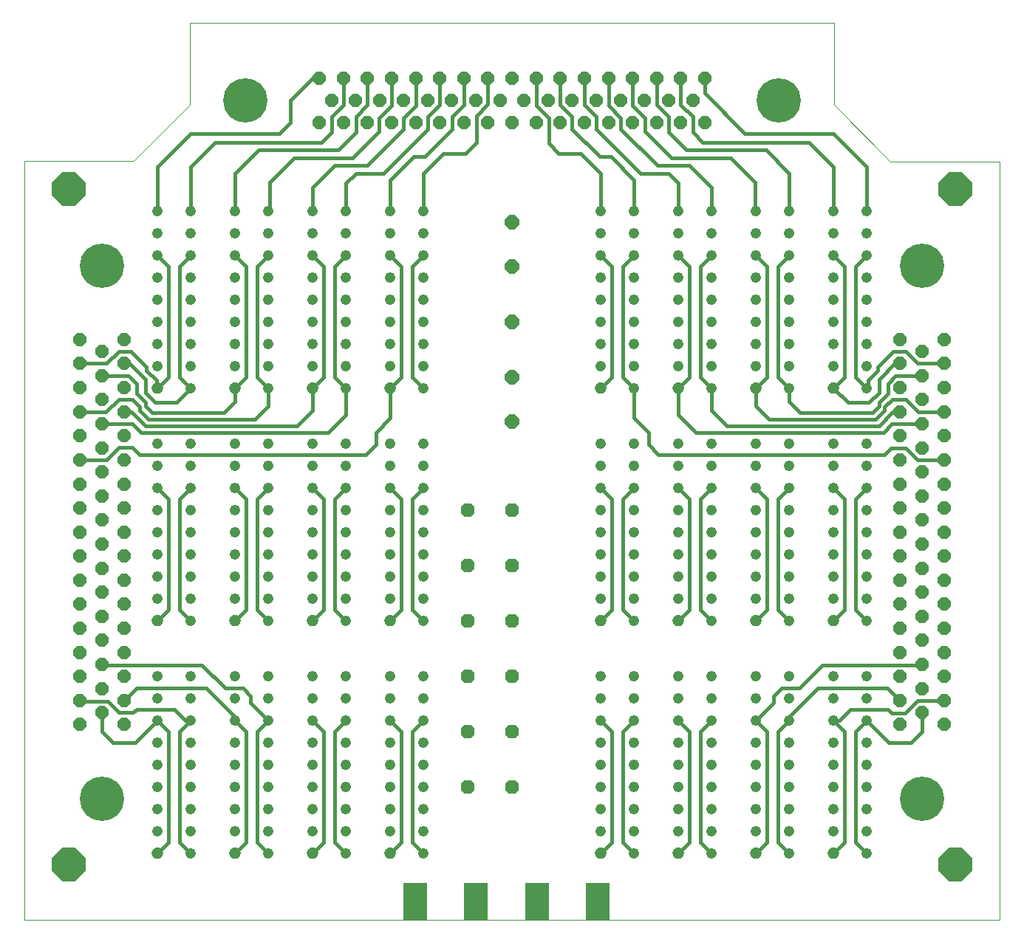
<source format=gtl>
G75*
%MOIN*%
%OFA0B0*%
%FSLAX24Y24*%
%IPPOS*%
%LPD*%
%AMOC8*
5,1,8,0,0,1.08239X$1,22.5*
%
%ADD10C,0.0000*%
%ADD11C,0.0476*%
%ADD12C,0.0050*%
%ADD13OC8,0.0600*%
%ADD14C,0.2000*%
%ADD15R,0.1050X0.1650*%
%ADD16OC8,0.0650*%
%ADD17OC8,0.0630*%
%ADD18OC8,0.1502*%
%ADD19C,0.0160*%
D10*
X004180Y003851D02*
X004180Y038101D01*
X009105Y038101D01*
X011655Y040651D01*
X011655Y044351D01*
X040705Y044351D01*
X040705Y040626D01*
X043255Y038076D01*
X048180Y038076D01*
X048180Y003851D01*
X004180Y003851D01*
X020980Y003851D02*
X025380Y003851D01*
X026480Y003851D02*
X030880Y003851D01*
D11*
X030180Y006851D03*
X030180Y007851D03*
X030180Y008851D03*
X030180Y009851D03*
X030180Y010851D03*
X030180Y011851D03*
X030180Y012851D03*
X030180Y013851D03*
X030180Y014851D03*
X031680Y014851D03*
X031680Y013851D03*
X031680Y012851D03*
X031680Y011851D03*
X031680Y010851D03*
X031680Y009851D03*
X031680Y008851D03*
X031680Y007851D03*
X031680Y006851D03*
X033680Y006851D03*
X033680Y007851D03*
X033680Y008851D03*
X033680Y009851D03*
X033680Y010851D03*
X033680Y011851D03*
X033680Y012851D03*
X033680Y013851D03*
X033680Y014851D03*
X035180Y014851D03*
X035180Y013851D03*
X035180Y012851D03*
X035180Y011851D03*
X035180Y010851D03*
X035180Y009851D03*
X035180Y008851D03*
X035180Y007851D03*
X035180Y006851D03*
X037180Y006851D03*
X037180Y007851D03*
X037180Y008851D03*
X037180Y009851D03*
X037180Y010851D03*
X037180Y011851D03*
X037180Y012851D03*
X037180Y013851D03*
X037180Y014851D03*
X038680Y014851D03*
X038680Y013851D03*
X038680Y012851D03*
X038680Y011851D03*
X038680Y010851D03*
X038680Y009851D03*
X038680Y008851D03*
X038680Y007851D03*
X038680Y006851D03*
X040680Y006851D03*
X040680Y007851D03*
X040680Y008851D03*
X040680Y009851D03*
X040680Y010851D03*
X040680Y011851D03*
X040680Y012851D03*
X040680Y013851D03*
X040680Y014851D03*
X042180Y014851D03*
X042180Y013851D03*
X042180Y012851D03*
X042180Y011851D03*
X042180Y010851D03*
X042180Y009851D03*
X042180Y008851D03*
X042180Y007851D03*
X042180Y006851D03*
X042180Y017351D03*
X042180Y018351D03*
X042180Y019351D03*
X042180Y020351D03*
X042180Y021351D03*
X042180Y022351D03*
X042180Y023351D03*
X042180Y024351D03*
X042180Y025351D03*
X040680Y025351D03*
X040680Y024351D03*
X040680Y023351D03*
X040680Y022351D03*
X040680Y021351D03*
X040680Y020351D03*
X040680Y019351D03*
X040680Y018351D03*
X040680Y017351D03*
X038680Y017351D03*
X038680Y018351D03*
X038680Y019351D03*
X038680Y020351D03*
X038680Y021351D03*
X037180Y021351D03*
X037180Y020351D03*
X037180Y019351D03*
X037180Y018351D03*
X037180Y017351D03*
X035180Y017351D03*
X035180Y018351D03*
X035180Y019351D03*
X035180Y020351D03*
X035180Y021351D03*
X035180Y022351D03*
X035180Y023351D03*
X035180Y024351D03*
X035180Y025351D03*
X033680Y025351D03*
X033680Y024351D03*
X033680Y023351D03*
X033680Y022351D03*
X033680Y021351D03*
X033680Y020351D03*
X033680Y019351D03*
X033680Y018351D03*
X033680Y017351D03*
X031680Y017351D03*
X031680Y018351D03*
X031680Y019351D03*
X031680Y020351D03*
X031680Y021351D03*
X031680Y022351D03*
X031680Y023351D03*
X031680Y024351D03*
X031680Y025351D03*
X030180Y025351D03*
X030180Y024351D03*
X030180Y023351D03*
X030180Y022351D03*
X030180Y021351D03*
X030180Y020351D03*
X030180Y019351D03*
X030180Y018351D03*
X030180Y017351D03*
X037180Y022351D03*
X037180Y023351D03*
X037180Y024351D03*
X037180Y025351D03*
X038680Y025351D03*
X038680Y024351D03*
X038680Y023351D03*
X038680Y022351D03*
X038680Y027851D03*
X038680Y028851D03*
X038680Y029851D03*
X038680Y030851D03*
X038680Y031851D03*
X038680Y032851D03*
X038680Y033851D03*
X038680Y034851D03*
X038680Y035851D03*
X037180Y035851D03*
X037180Y034851D03*
X037180Y033851D03*
X037180Y032851D03*
X037180Y031851D03*
X037180Y030851D03*
X037180Y029851D03*
X037180Y028851D03*
X037180Y027851D03*
X035180Y027851D03*
X035180Y028851D03*
X035180Y029851D03*
X035180Y030851D03*
X035180Y031851D03*
X035180Y032851D03*
X035180Y033851D03*
X035180Y034851D03*
X035180Y035851D03*
X033680Y035851D03*
X033680Y034851D03*
X033680Y033851D03*
X033680Y032851D03*
X033680Y031851D03*
X033680Y030851D03*
X033680Y029851D03*
X033680Y028851D03*
X033680Y027851D03*
X031680Y027851D03*
X031680Y028851D03*
X031680Y029851D03*
X031680Y030851D03*
X031680Y031851D03*
X031680Y032851D03*
X031680Y033851D03*
X031680Y034851D03*
X031680Y035851D03*
X030180Y035851D03*
X030180Y034851D03*
X030180Y033851D03*
X030180Y032851D03*
X030180Y031851D03*
X030180Y030851D03*
X030180Y029851D03*
X030180Y028851D03*
X030180Y027851D03*
X022180Y027851D03*
X022180Y028851D03*
X022180Y029851D03*
X022180Y030851D03*
X022180Y031851D03*
X022180Y032851D03*
X022180Y033851D03*
X022180Y034851D03*
X022180Y035851D03*
X020680Y035851D03*
X020680Y034851D03*
X020680Y033851D03*
X020680Y032851D03*
X020680Y031851D03*
X020680Y030851D03*
X020680Y029851D03*
X020680Y028851D03*
X020680Y027851D03*
X018680Y027851D03*
X018680Y028851D03*
X018680Y029851D03*
X018680Y030851D03*
X018680Y031851D03*
X018680Y032851D03*
X018680Y033851D03*
X018680Y034851D03*
X018680Y035851D03*
X017180Y035851D03*
X017180Y034851D03*
X017180Y033851D03*
X017180Y032851D03*
X017180Y031851D03*
X017180Y030851D03*
X017180Y029851D03*
X017180Y028851D03*
X017180Y027851D03*
X015180Y027851D03*
X015180Y028851D03*
X015180Y029851D03*
X015180Y030851D03*
X015180Y031851D03*
X015180Y032851D03*
X015180Y033851D03*
X015180Y034851D03*
X015180Y035851D03*
X013680Y035851D03*
X013680Y034851D03*
X013680Y033851D03*
X013680Y032851D03*
X013680Y031851D03*
X013680Y030851D03*
X013680Y029851D03*
X013680Y028851D03*
X013680Y027851D03*
X011680Y027851D03*
X011680Y028851D03*
X011680Y029851D03*
X011680Y030851D03*
X011680Y031851D03*
X011680Y032851D03*
X011680Y033851D03*
X011680Y034851D03*
X011680Y035851D03*
X010180Y035851D03*
X010180Y034851D03*
X010180Y033851D03*
X010180Y032851D03*
X010180Y031851D03*
X010180Y030851D03*
X010180Y029851D03*
X010180Y028851D03*
X010180Y027851D03*
X010180Y025351D03*
X010180Y024351D03*
X010180Y023351D03*
X010180Y022351D03*
X010180Y021351D03*
X010180Y020351D03*
X010180Y019351D03*
X010180Y018351D03*
X010180Y017351D03*
X011680Y017351D03*
X011680Y018351D03*
X011680Y019351D03*
X011680Y020351D03*
X011680Y021351D03*
X011680Y022351D03*
X011680Y023351D03*
X011680Y024351D03*
X011680Y025351D03*
X013680Y025351D03*
X013680Y024351D03*
X013680Y023351D03*
X013680Y022351D03*
X015180Y022351D03*
X015180Y023351D03*
X015180Y024351D03*
X015180Y025351D03*
X017180Y025351D03*
X017180Y024351D03*
X017180Y023351D03*
X017180Y022351D03*
X017180Y021351D03*
X017180Y020351D03*
X017180Y019351D03*
X017180Y018351D03*
X017180Y017351D03*
X018680Y017351D03*
X018680Y018351D03*
X018680Y019351D03*
X018680Y020351D03*
X018680Y021351D03*
X018680Y022351D03*
X018680Y023351D03*
X018680Y024351D03*
X018680Y025351D03*
X020680Y025351D03*
X020680Y024351D03*
X020680Y023351D03*
X020680Y022351D03*
X020680Y021351D03*
X020680Y020351D03*
X020680Y019351D03*
X020680Y018351D03*
X020680Y017351D03*
X022180Y017351D03*
X022180Y018351D03*
X022180Y019351D03*
X022180Y020351D03*
X022180Y021351D03*
X022180Y022351D03*
X022180Y023351D03*
X022180Y024351D03*
X022180Y025351D03*
X015180Y021351D03*
X015180Y020351D03*
X015180Y019351D03*
X015180Y018351D03*
X015180Y017351D03*
X013680Y017351D03*
X013680Y018351D03*
X013680Y019351D03*
X013680Y020351D03*
X013680Y021351D03*
X013680Y014851D03*
X013680Y013851D03*
X013680Y012851D03*
X013680Y011851D03*
X013680Y010851D03*
X013680Y009851D03*
X013680Y008851D03*
X013680Y007851D03*
X013680Y006851D03*
X015180Y006851D03*
X015180Y007851D03*
X015180Y008851D03*
X015180Y009851D03*
X015180Y010851D03*
X015180Y011851D03*
X015180Y012851D03*
X015180Y013851D03*
X015180Y014851D03*
X017180Y014851D03*
X017180Y013851D03*
X017180Y012851D03*
X017180Y011851D03*
X017180Y010851D03*
X017180Y009851D03*
X017180Y008851D03*
X017180Y007851D03*
X017180Y006851D03*
X018680Y006851D03*
X018680Y007851D03*
X018680Y008851D03*
X018680Y009851D03*
X018680Y010851D03*
X018680Y011851D03*
X018680Y012851D03*
X018680Y013851D03*
X018680Y014851D03*
X020680Y014851D03*
X020680Y013851D03*
X020680Y012851D03*
X020680Y011851D03*
X020680Y010851D03*
X020680Y009851D03*
X020680Y008851D03*
X020680Y007851D03*
X020680Y006851D03*
X022180Y006851D03*
X022180Y007851D03*
X022180Y008851D03*
X022180Y009851D03*
X022180Y010851D03*
X022180Y011851D03*
X022180Y012851D03*
X022180Y013851D03*
X022180Y014851D03*
X011680Y014851D03*
X011680Y013851D03*
X011680Y012851D03*
X011680Y011851D03*
X011680Y010851D03*
X011680Y009851D03*
X011680Y008851D03*
X011680Y007851D03*
X011680Y006851D03*
X010180Y006851D03*
X010180Y007851D03*
X010180Y008851D03*
X010180Y009851D03*
X010180Y010851D03*
X010180Y011851D03*
X010180Y012851D03*
X010180Y013851D03*
X010180Y014851D03*
X040680Y027851D03*
X040680Y028851D03*
X040680Y029851D03*
X040680Y030851D03*
X040680Y031851D03*
X040680Y032851D03*
X040680Y033851D03*
X040680Y034851D03*
X040680Y035851D03*
X042180Y035851D03*
X042180Y034851D03*
X042180Y033851D03*
X042180Y032851D03*
X042180Y031851D03*
X042180Y030851D03*
X042180Y029851D03*
X042180Y028851D03*
X042180Y027851D03*
D12*
X040456Y027851D02*
X040458Y027880D01*
X040464Y027909D01*
X040473Y027937D01*
X040486Y027963D01*
X040502Y027987D01*
X040522Y028009D01*
X040544Y028029D01*
X040568Y028045D01*
X040594Y028058D01*
X040622Y028067D01*
X040651Y028073D01*
X040680Y028075D01*
X040709Y028073D01*
X040738Y028067D01*
X040766Y028058D01*
X040792Y028045D01*
X040816Y028029D01*
X040838Y028009D01*
X040858Y027987D01*
X040874Y027963D01*
X040887Y027937D01*
X040896Y027909D01*
X040902Y027880D01*
X040904Y027851D01*
X040902Y027822D01*
X040896Y027793D01*
X040887Y027765D01*
X040874Y027739D01*
X040858Y027715D01*
X040838Y027693D01*
X040816Y027673D01*
X040792Y027657D01*
X040766Y027644D01*
X040738Y027635D01*
X040709Y027629D01*
X040680Y027627D01*
X040651Y027629D01*
X040622Y027635D01*
X040594Y027644D01*
X040568Y027657D01*
X040544Y027673D01*
X040522Y027693D01*
X040502Y027715D01*
X040486Y027739D01*
X040473Y027765D01*
X040464Y027793D01*
X040458Y027822D01*
X040456Y027851D01*
X036956Y027851D02*
X036958Y027880D01*
X036964Y027909D01*
X036973Y027937D01*
X036986Y027963D01*
X037002Y027987D01*
X037022Y028009D01*
X037044Y028029D01*
X037068Y028045D01*
X037094Y028058D01*
X037122Y028067D01*
X037151Y028073D01*
X037180Y028075D01*
X037209Y028073D01*
X037238Y028067D01*
X037266Y028058D01*
X037292Y028045D01*
X037316Y028029D01*
X037338Y028009D01*
X037358Y027987D01*
X037374Y027963D01*
X037387Y027937D01*
X037396Y027909D01*
X037402Y027880D01*
X037404Y027851D01*
X037402Y027822D01*
X037396Y027793D01*
X037387Y027765D01*
X037374Y027739D01*
X037358Y027715D01*
X037338Y027693D01*
X037316Y027673D01*
X037292Y027657D01*
X037266Y027644D01*
X037238Y027635D01*
X037209Y027629D01*
X037180Y027627D01*
X037151Y027629D01*
X037122Y027635D01*
X037094Y027644D01*
X037068Y027657D01*
X037044Y027673D01*
X037022Y027693D01*
X037002Y027715D01*
X036986Y027739D01*
X036973Y027765D01*
X036964Y027793D01*
X036958Y027822D01*
X036956Y027851D01*
X033456Y027851D02*
X033458Y027880D01*
X033464Y027909D01*
X033473Y027937D01*
X033486Y027963D01*
X033502Y027987D01*
X033522Y028009D01*
X033544Y028029D01*
X033568Y028045D01*
X033594Y028058D01*
X033622Y028067D01*
X033651Y028073D01*
X033680Y028075D01*
X033709Y028073D01*
X033738Y028067D01*
X033766Y028058D01*
X033792Y028045D01*
X033816Y028029D01*
X033838Y028009D01*
X033858Y027987D01*
X033874Y027963D01*
X033887Y027937D01*
X033896Y027909D01*
X033902Y027880D01*
X033904Y027851D01*
X033902Y027822D01*
X033896Y027793D01*
X033887Y027765D01*
X033874Y027739D01*
X033858Y027715D01*
X033838Y027693D01*
X033816Y027673D01*
X033792Y027657D01*
X033766Y027644D01*
X033738Y027635D01*
X033709Y027629D01*
X033680Y027627D01*
X033651Y027629D01*
X033622Y027635D01*
X033594Y027644D01*
X033568Y027657D01*
X033544Y027673D01*
X033522Y027693D01*
X033502Y027715D01*
X033486Y027739D01*
X033473Y027765D01*
X033464Y027793D01*
X033458Y027822D01*
X033456Y027851D01*
X029956Y027851D02*
X029958Y027880D01*
X029964Y027909D01*
X029973Y027937D01*
X029986Y027963D01*
X030002Y027987D01*
X030022Y028009D01*
X030044Y028029D01*
X030068Y028045D01*
X030094Y028058D01*
X030122Y028067D01*
X030151Y028073D01*
X030180Y028075D01*
X030209Y028073D01*
X030238Y028067D01*
X030266Y028058D01*
X030292Y028045D01*
X030316Y028029D01*
X030338Y028009D01*
X030358Y027987D01*
X030374Y027963D01*
X030387Y027937D01*
X030396Y027909D01*
X030402Y027880D01*
X030404Y027851D01*
X030402Y027822D01*
X030396Y027793D01*
X030387Y027765D01*
X030374Y027739D01*
X030358Y027715D01*
X030338Y027693D01*
X030316Y027673D01*
X030292Y027657D01*
X030266Y027644D01*
X030238Y027635D01*
X030209Y027629D01*
X030180Y027627D01*
X030151Y027629D01*
X030122Y027635D01*
X030094Y027644D01*
X030068Y027657D01*
X030044Y027673D01*
X030022Y027693D01*
X030002Y027715D01*
X029986Y027739D01*
X029973Y027765D01*
X029964Y027793D01*
X029958Y027822D01*
X029956Y027851D01*
X020456Y027851D02*
X020458Y027880D01*
X020464Y027909D01*
X020473Y027937D01*
X020486Y027963D01*
X020502Y027987D01*
X020522Y028009D01*
X020544Y028029D01*
X020568Y028045D01*
X020594Y028058D01*
X020622Y028067D01*
X020651Y028073D01*
X020680Y028075D01*
X020709Y028073D01*
X020738Y028067D01*
X020766Y028058D01*
X020792Y028045D01*
X020816Y028029D01*
X020838Y028009D01*
X020858Y027987D01*
X020874Y027963D01*
X020887Y027937D01*
X020896Y027909D01*
X020902Y027880D01*
X020904Y027851D01*
X020902Y027822D01*
X020896Y027793D01*
X020887Y027765D01*
X020874Y027739D01*
X020858Y027715D01*
X020838Y027693D01*
X020816Y027673D01*
X020792Y027657D01*
X020766Y027644D01*
X020738Y027635D01*
X020709Y027629D01*
X020680Y027627D01*
X020651Y027629D01*
X020622Y027635D01*
X020594Y027644D01*
X020568Y027657D01*
X020544Y027673D01*
X020522Y027693D01*
X020502Y027715D01*
X020486Y027739D01*
X020473Y027765D01*
X020464Y027793D01*
X020458Y027822D01*
X020456Y027851D01*
X016956Y027851D02*
X016958Y027880D01*
X016964Y027909D01*
X016973Y027937D01*
X016986Y027963D01*
X017002Y027987D01*
X017022Y028009D01*
X017044Y028029D01*
X017068Y028045D01*
X017094Y028058D01*
X017122Y028067D01*
X017151Y028073D01*
X017180Y028075D01*
X017209Y028073D01*
X017238Y028067D01*
X017266Y028058D01*
X017292Y028045D01*
X017316Y028029D01*
X017338Y028009D01*
X017358Y027987D01*
X017374Y027963D01*
X017387Y027937D01*
X017396Y027909D01*
X017402Y027880D01*
X017404Y027851D01*
X017402Y027822D01*
X017396Y027793D01*
X017387Y027765D01*
X017374Y027739D01*
X017358Y027715D01*
X017338Y027693D01*
X017316Y027673D01*
X017292Y027657D01*
X017266Y027644D01*
X017238Y027635D01*
X017209Y027629D01*
X017180Y027627D01*
X017151Y027629D01*
X017122Y027635D01*
X017094Y027644D01*
X017068Y027657D01*
X017044Y027673D01*
X017022Y027693D01*
X017002Y027715D01*
X016986Y027739D01*
X016973Y027765D01*
X016964Y027793D01*
X016958Y027822D01*
X016956Y027851D01*
X013456Y027851D02*
X013458Y027880D01*
X013464Y027909D01*
X013473Y027937D01*
X013486Y027963D01*
X013502Y027987D01*
X013522Y028009D01*
X013544Y028029D01*
X013568Y028045D01*
X013594Y028058D01*
X013622Y028067D01*
X013651Y028073D01*
X013680Y028075D01*
X013709Y028073D01*
X013738Y028067D01*
X013766Y028058D01*
X013792Y028045D01*
X013816Y028029D01*
X013838Y028009D01*
X013858Y027987D01*
X013874Y027963D01*
X013887Y027937D01*
X013896Y027909D01*
X013902Y027880D01*
X013904Y027851D01*
X013902Y027822D01*
X013896Y027793D01*
X013887Y027765D01*
X013874Y027739D01*
X013858Y027715D01*
X013838Y027693D01*
X013816Y027673D01*
X013792Y027657D01*
X013766Y027644D01*
X013738Y027635D01*
X013709Y027629D01*
X013680Y027627D01*
X013651Y027629D01*
X013622Y027635D01*
X013594Y027644D01*
X013568Y027657D01*
X013544Y027673D01*
X013522Y027693D01*
X013502Y027715D01*
X013486Y027739D01*
X013473Y027765D01*
X013464Y027793D01*
X013458Y027822D01*
X013456Y027851D01*
X009956Y027851D02*
X009958Y027880D01*
X009964Y027909D01*
X009973Y027937D01*
X009986Y027963D01*
X010002Y027987D01*
X010022Y028009D01*
X010044Y028029D01*
X010068Y028045D01*
X010094Y028058D01*
X010122Y028067D01*
X010151Y028073D01*
X010180Y028075D01*
X010209Y028073D01*
X010238Y028067D01*
X010266Y028058D01*
X010292Y028045D01*
X010316Y028029D01*
X010338Y028009D01*
X010358Y027987D01*
X010374Y027963D01*
X010387Y027937D01*
X010396Y027909D01*
X010402Y027880D01*
X010404Y027851D01*
X010402Y027822D01*
X010396Y027793D01*
X010387Y027765D01*
X010374Y027739D01*
X010358Y027715D01*
X010338Y027693D01*
X010316Y027673D01*
X010292Y027657D01*
X010266Y027644D01*
X010238Y027635D01*
X010209Y027629D01*
X010180Y027627D01*
X010151Y027629D01*
X010122Y027635D01*
X010094Y027644D01*
X010068Y027657D01*
X010044Y027673D01*
X010022Y027693D01*
X010002Y027715D01*
X009986Y027739D01*
X009973Y027765D01*
X009964Y027793D01*
X009958Y027822D01*
X009956Y027851D01*
X009956Y017351D02*
X009958Y017380D01*
X009964Y017409D01*
X009973Y017437D01*
X009986Y017463D01*
X010002Y017487D01*
X010022Y017509D01*
X010044Y017529D01*
X010068Y017545D01*
X010094Y017558D01*
X010122Y017567D01*
X010151Y017573D01*
X010180Y017575D01*
X010209Y017573D01*
X010238Y017567D01*
X010266Y017558D01*
X010292Y017545D01*
X010316Y017529D01*
X010338Y017509D01*
X010358Y017487D01*
X010374Y017463D01*
X010387Y017437D01*
X010396Y017409D01*
X010402Y017380D01*
X010404Y017351D01*
X010402Y017322D01*
X010396Y017293D01*
X010387Y017265D01*
X010374Y017239D01*
X010358Y017215D01*
X010338Y017193D01*
X010316Y017173D01*
X010292Y017157D01*
X010266Y017144D01*
X010238Y017135D01*
X010209Y017129D01*
X010180Y017127D01*
X010151Y017129D01*
X010122Y017135D01*
X010094Y017144D01*
X010068Y017157D01*
X010044Y017173D01*
X010022Y017193D01*
X010002Y017215D01*
X009986Y017239D01*
X009973Y017265D01*
X009964Y017293D01*
X009958Y017322D01*
X009956Y017351D01*
X013456Y017351D02*
X013458Y017380D01*
X013464Y017409D01*
X013473Y017437D01*
X013486Y017463D01*
X013502Y017487D01*
X013522Y017509D01*
X013544Y017529D01*
X013568Y017545D01*
X013594Y017558D01*
X013622Y017567D01*
X013651Y017573D01*
X013680Y017575D01*
X013709Y017573D01*
X013738Y017567D01*
X013766Y017558D01*
X013792Y017545D01*
X013816Y017529D01*
X013838Y017509D01*
X013858Y017487D01*
X013874Y017463D01*
X013887Y017437D01*
X013896Y017409D01*
X013902Y017380D01*
X013904Y017351D01*
X013902Y017322D01*
X013896Y017293D01*
X013887Y017265D01*
X013874Y017239D01*
X013858Y017215D01*
X013838Y017193D01*
X013816Y017173D01*
X013792Y017157D01*
X013766Y017144D01*
X013738Y017135D01*
X013709Y017129D01*
X013680Y017127D01*
X013651Y017129D01*
X013622Y017135D01*
X013594Y017144D01*
X013568Y017157D01*
X013544Y017173D01*
X013522Y017193D01*
X013502Y017215D01*
X013486Y017239D01*
X013473Y017265D01*
X013464Y017293D01*
X013458Y017322D01*
X013456Y017351D01*
X016956Y017351D02*
X016958Y017380D01*
X016964Y017409D01*
X016973Y017437D01*
X016986Y017463D01*
X017002Y017487D01*
X017022Y017509D01*
X017044Y017529D01*
X017068Y017545D01*
X017094Y017558D01*
X017122Y017567D01*
X017151Y017573D01*
X017180Y017575D01*
X017209Y017573D01*
X017238Y017567D01*
X017266Y017558D01*
X017292Y017545D01*
X017316Y017529D01*
X017338Y017509D01*
X017358Y017487D01*
X017374Y017463D01*
X017387Y017437D01*
X017396Y017409D01*
X017402Y017380D01*
X017404Y017351D01*
X017402Y017322D01*
X017396Y017293D01*
X017387Y017265D01*
X017374Y017239D01*
X017358Y017215D01*
X017338Y017193D01*
X017316Y017173D01*
X017292Y017157D01*
X017266Y017144D01*
X017238Y017135D01*
X017209Y017129D01*
X017180Y017127D01*
X017151Y017129D01*
X017122Y017135D01*
X017094Y017144D01*
X017068Y017157D01*
X017044Y017173D01*
X017022Y017193D01*
X017002Y017215D01*
X016986Y017239D01*
X016973Y017265D01*
X016964Y017293D01*
X016958Y017322D01*
X016956Y017351D01*
X020456Y017351D02*
X020458Y017380D01*
X020464Y017409D01*
X020473Y017437D01*
X020486Y017463D01*
X020502Y017487D01*
X020522Y017509D01*
X020544Y017529D01*
X020568Y017545D01*
X020594Y017558D01*
X020622Y017567D01*
X020651Y017573D01*
X020680Y017575D01*
X020709Y017573D01*
X020738Y017567D01*
X020766Y017558D01*
X020792Y017545D01*
X020816Y017529D01*
X020838Y017509D01*
X020858Y017487D01*
X020874Y017463D01*
X020887Y017437D01*
X020896Y017409D01*
X020902Y017380D01*
X020904Y017351D01*
X020902Y017322D01*
X020896Y017293D01*
X020887Y017265D01*
X020874Y017239D01*
X020858Y017215D01*
X020838Y017193D01*
X020816Y017173D01*
X020792Y017157D01*
X020766Y017144D01*
X020738Y017135D01*
X020709Y017129D01*
X020680Y017127D01*
X020651Y017129D01*
X020622Y017135D01*
X020594Y017144D01*
X020568Y017157D01*
X020544Y017173D01*
X020522Y017193D01*
X020502Y017215D01*
X020486Y017239D01*
X020473Y017265D01*
X020464Y017293D01*
X020458Y017322D01*
X020456Y017351D01*
X029956Y017351D02*
X029958Y017380D01*
X029964Y017409D01*
X029973Y017437D01*
X029986Y017463D01*
X030002Y017487D01*
X030022Y017509D01*
X030044Y017529D01*
X030068Y017545D01*
X030094Y017558D01*
X030122Y017567D01*
X030151Y017573D01*
X030180Y017575D01*
X030209Y017573D01*
X030238Y017567D01*
X030266Y017558D01*
X030292Y017545D01*
X030316Y017529D01*
X030338Y017509D01*
X030358Y017487D01*
X030374Y017463D01*
X030387Y017437D01*
X030396Y017409D01*
X030402Y017380D01*
X030404Y017351D01*
X030402Y017322D01*
X030396Y017293D01*
X030387Y017265D01*
X030374Y017239D01*
X030358Y017215D01*
X030338Y017193D01*
X030316Y017173D01*
X030292Y017157D01*
X030266Y017144D01*
X030238Y017135D01*
X030209Y017129D01*
X030180Y017127D01*
X030151Y017129D01*
X030122Y017135D01*
X030094Y017144D01*
X030068Y017157D01*
X030044Y017173D01*
X030022Y017193D01*
X030002Y017215D01*
X029986Y017239D01*
X029973Y017265D01*
X029964Y017293D01*
X029958Y017322D01*
X029956Y017351D01*
X033456Y017351D02*
X033458Y017380D01*
X033464Y017409D01*
X033473Y017437D01*
X033486Y017463D01*
X033502Y017487D01*
X033522Y017509D01*
X033544Y017529D01*
X033568Y017545D01*
X033594Y017558D01*
X033622Y017567D01*
X033651Y017573D01*
X033680Y017575D01*
X033709Y017573D01*
X033738Y017567D01*
X033766Y017558D01*
X033792Y017545D01*
X033816Y017529D01*
X033838Y017509D01*
X033858Y017487D01*
X033874Y017463D01*
X033887Y017437D01*
X033896Y017409D01*
X033902Y017380D01*
X033904Y017351D01*
X033902Y017322D01*
X033896Y017293D01*
X033887Y017265D01*
X033874Y017239D01*
X033858Y017215D01*
X033838Y017193D01*
X033816Y017173D01*
X033792Y017157D01*
X033766Y017144D01*
X033738Y017135D01*
X033709Y017129D01*
X033680Y017127D01*
X033651Y017129D01*
X033622Y017135D01*
X033594Y017144D01*
X033568Y017157D01*
X033544Y017173D01*
X033522Y017193D01*
X033502Y017215D01*
X033486Y017239D01*
X033473Y017265D01*
X033464Y017293D01*
X033458Y017322D01*
X033456Y017351D01*
X036956Y017351D02*
X036958Y017380D01*
X036964Y017409D01*
X036973Y017437D01*
X036986Y017463D01*
X037002Y017487D01*
X037022Y017509D01*
X037044Y017529D01*
X037068Y017545D01*
X037094Y017558D01*
X037122Y017567D01*
X037151Y017573D01*
X037180Y017575D01*
X037209Y017573D01*
X037238Y017567D01*
X037266Y017558D01*
X037292Y017545D01*
X037316Y017529D01*
X037338Y017509D01*
X037358Y017487D01*
X037374Y017463D01*
X037387Y017437D01*
X037396Y017409D01*
X037402Y017380D01*
X037404Y017351D01*
X037402Y017322D01*
X037396Y017293D01*
X037387Y017265D01*
X037374Y017239D01*
X037358Y017215D01*
X037338Y017193D01*
X037316Y017173D01*
X037292Y017157D01*
X037266Y017144D01*
X037238Y017135D01*
X037209Y017129D01*
X037180Y017127D01*
X037151Y017129D01*
X037122Y017135D01*
X037094Y017144D01*
X037068Y017157D01*
X037044Y017173D01*
X037022Y017193D01*
X037002Y017215D01*
X036986Y017239D01*
X036973Y017265D01*
X036964Y017293D01*
X036958Y017322D01*
X036956Y017351D01*
X040456Y017351D02*
X040458Y017380D01*
X040464Y017409D01*
X040473Y017437D01*
X040486Y017463D01*
X040502Y017487D01*
X040522Y017509D01*
X040544Y017529D01*
X040568Y017545D01*
X040594Y017558D01*
X040622Y017567D01*
X040651Y017573D01*
X040680Y017575D01*
X040709Y017573D01*
X040738Y017567D01*
X040766Y017558D01*
X040792Y017545D01*
X040816Y017529D01*
X040838Y017509D01*
X040858Y017487D01*
X040874Y017463D01*
X040887Y017437D01*
X040896Y017409D01*
X040902Y017380D01*
X040904Y017351D01*
X040902Y017322D01*
X040896Y017293D01*
X040887Y017265D01*
X040874Y017239D01*
X040858Y017215D01*
X040838Y017193D01*
X040816Y017173D01*
X040792Y017157D01*
X040766Y017144D01*
X040738Y017135D01*
X040709Y017129D01*
X040680Y017127D01*
X040651Y017129D01*
X040622Y017135D01*
X040594Y017144D01*
X040568Y017157D01*
X040544Y017173D01*
X040522Y017193D01*
X040502Y017215D01*
X040486Y017239D01*
X040473Y017265D01*
X040464Y017293D01*
X040458Y017322D01*
X040456Y017351D01*
X040456Y006851D02*
X040458Y006880D01*
X040464Y006909D01*
X040473Y006937D01*
X040486Y006963D01*
X040502Y006987D01*
X040522Y007009D01*
X040544Y007029D01*
X040568Y007045D01*
X040594Y007058D01*
X040622Y007067D01*
X040651Y007073D01*
X040680Y007075D01*
X040709Y007073D01*
X040738Y007067D01*
X040766Y007058D01*
X040792Y007045D01*
X040816Y007029D01*
X040838Y007009D01*
X040858Y006987D01*
X040874Y006963D01*
X040887Y006937D01*
X040896Y006909D01*
X040902Y006880D01*
X040904Y006851D01*
X040902Y006822D01*
X040896Y006793D01*
X040887Y006765D01*
X040874Y006739D01*
X040858Y006715D01*
X040838Y006693D01*
X040816Y006673D01*
X040792Y006657D01*
X040766Y006644D01*
X040738Y006635D01*
X040709Y006629D01*
X040680Y006627D01*
X040651Y006629D01*
X040622Y006635D01*
X040594Y006644D01*
X040568Y006657D01*
X040544Y006673D01*
X040522Y006693D01*
X040502Y006715D01*
X040486Y006739D01*
X040473Y006765D01*
X040464Y006793D01*
X040458Y006822D01*
X040456Y006851D01*
X036956Y006851D02*
X036958Y006880D01*
X036964Y006909D01*
X036973Y006937D01*
X036986Y006963D01*
X037002Y006987D01*
X037022Y007009D01*
X037044Y007029D01*
X037068Y007045D01*
X037094Y007058D01*
X037122Y007067D01*
X037151Y007073D01*
X037180Y007075D01*
X037209Y007073D01*
X037238Y007067D01*
X037266Y007058D01*
X037292Y007045D01*
X037316Y007029D01*
X037338Y007009D01*
X037358Y006987D01*
X037374Y006963D01*
X037387Y006937D01*
X037396Y006909D01*
X037402Y006880D01*
X037404Y006851D01*
X037402Y006822D01*
X037396Y006793D01*
X037387Y006765D01*
X037374Y006739D01*
X037358Y006715D01*
X037338Y006693D01*
X037316Y006673D01*
X037292Y006657D01*
X037266Y006644D01*
X037238Y006635D01*
X037209Y006629D01*
X037180Y006627D01*
X037151Y006629D01*
X037122Y006635D01*
X037094Y006644D01*
X037068Y006657D01*
X037044Y006673D01*
X037022Y006693D01*
X037002Y006715D01*
X036986Y006739D01*
X036973Y006765D01*
X036964Y006793D01*
X036958Y006822D01*
X036956Y006851D01*
X033456Y006851D02*
X033458Y006880D01*
X033464Y006909D01*
X033473Y006937D01*
X033486Y006963D01*
X033502Y006987D01*
X033522Y007009D01*
X033544Y007029D01*
X033568Y007045D01*
X033594Y007058D01*
X033622Y007067D01*
X033651Y007073D01*
X033680Y007075D01*
X033709Y007073D01*
X033738Y007067D01*
X033766Y007058D01*
X033792Y007045D01*
X033816Y007029D01*
X033838Y007009D01*
X033858Y006987D01*
X033874Y006963D01*
X033887Y006937D01*
X033896Y006909D01*
X033902Y006880D01*
X033904Y006851D01*
X033902Y006822D01*
X033896Y006793D01*
X033887Y006765D01*
X033874Y006739D01*
X033858Y006715D01*
X033838Y006693D01*
X033816Y006673D01*
X033792Y006657D01*
X033766Y006644D01*
X033738Y006635D01*
X033709Y006629D01*
X033680Y006627D01*
X033651Y006629D01*
X033622Y006635D01*
X033594Y006644D01*
X033568Y006657D01*
X033544Y006673D01*
X033522Y006693D01*
X033502Y006715D01*
X033486Y006739D01*
X033473Y006765D01*
X033464Y006793D01*
X033458Y006822D01*
X033456Y006851D01*
X029956Y006851D02*
X029958Y006880D01*
X029964Y006909D01*
X029973Y006937D01*
X029986Y006963D01*
X030002Y006987D01*
X030022Y007009D01*
X030044Y007029D01*
X030068Y007045D01*
X030094Y007058D01*
X030122Y007067D01*
X030151Y007073D01*
X030180Y007075D01*
X030209Y007073D01*
X030238Y007067D01*
X030266Y007058D01*
X030292Y007045D01*
X030316Y007029D01*
X030338Y007009D01*
X030358Y006987D01*
X030374Y006963D01*
X030387Y006937D01*
X030396Y006909D01*
X030402Y006880D01*
X030404Y006851D01*
X030402Y006822D01*
X030396Y006793D01*
X030387Y006765D01*
X030374Y006739D01*
X030358Y006715D01*
X030338Y006693D01*
X030316Y006673D01*
X030292Y006657D01*
X030266Y006644D01*
X030238Y006635D01*
X030209Y006629D01*
X030180Y006627D01*
X030151Y006629D01*
X030122Y006635D01*
X030094Y006644D01*
X030068Y006657D01*
X030044Y006673D01*
X030022Y006693D01*
X030002Y006715D01*
X029986Y006739D01*
X029973Y006765D01*
X029964Y006793D01*
X029958Y006822D01*
X029956Y006851D01*
X020456Y006851D02*
X020458Y006880D01*
X020464Y006909D01*
X020473Y006937D01*
X020486Y006963D01*
X020502Y006987D01*
X020522Y007009D01*
X020544Y007029D01*
X020568Y007045D01*
X020594Y007058D01*
X020622Y007067D01*
X020651Y007073D01*
X020680Y007075D01*
X020709Y007073D01*
X020738Y007067D01*
X020766Y007058D01*
X020792Y007045D01*
X020816Y007029D01*
X020838Y007009D01*
X020858Y006987D01*
X020874Y006963D01*
X020887Y006937D01*
X020896Y006909D01*
X020902Y006880D01*
X020904Y006851D01*
X020902Y006822D01*
X020896Y006793D01*
X020887Y006765D01*
X020874Y006739D01*
X020858Y006715D01*
X020838Y006693D01*
X020816Y006673D01*
X020792Y006657D01*
X020766Y006644D01*
X020738Y006635D01*
X020709Y006629D01*
X020680Y006627D01*
X020651Y006629D01*
X020622Y006635D01*
X020594Y006644D01*
X020568Y006657D01*
X020544Y006673D01*
X020522Y006693D01*
X020502Y006715D01*
X020486Y006739D01*
X020473Y006765D01*
X020464Y006793D01*
X020458Y006822D01*
X020456Y006851D01*
X016956Y006851D02*
X016958Y006880D01*
X016964Y006909D01*
X016973Y006937D01*
X016986Y006963D01*
X017002Y006987D01*
X017022Y007009D01*
X017044Y007029D01*
X017068Y007045D01*
X017094Y007058D01*
X017122Y007067D01*
X017151Y007073D01*
X017180Y007075D01*
X017209Y007073D01*
X017238Y007067D01*
X017266Y007058D01*
X017292Y007045D01*
X017316Y007029D01*
X017338Y007009D01*
X017358Y006987D01*
X017374Y006963D01*
X017387Y006937D01*
X017396Y006909D01*
X017402Y006880D01*
X017404Y006851D01*
X017402Y006822D01*
X017396Y006793D01*
X017387Y006765D01*
X017374Y006739D01*
X017358Y006715D01*
X017338Y006693D01*
X017316Y006673D01*
X017292Y006657D01*
X017266Y006644D01*
X017238Y006635D01*
X017209Y006629D01*
X017180Y006627D01*
X017151Y006629D01*
X017122Y006635D01*
X017094Y006644D01*
X017068Y006657D01*
X017044Y006673D01*
X017022Y006693D01*
X017002Y006715D01*
X016986Y006739D01*
X016973Y006765D01*
X016964Y006793D01*
X016958Y006822D01*
X016956Y006851D01*
X013456Y006851D02*
X013458Y006880D01*
X013464Y006909D01*
X013473Y006937D01*
X013486Y006963D01*
X013502Y006987D01*
X013522Y007009D01*
X013544Y007029D01*
X013568Y007045D01*
X013594Y007058D01*
X013622Y007067D01*
X013651Y007073D01*
X013680Y007075D01*
X013709Y007073D01*
X013738Y007067D01*
X013766Y007058D01*
X013792Y007045D01*
X013816Y007029D01*
X013838Y007009D01*
X013858Y006987D01*
X013874Y006963D01*
X013887Y006937D01*
X013896Y006909D01*
X013902Y006880D01*
X013904Y006851D01*
X013902Y006822D01*
X013896Y006793D01*
X013887Y006765D01*
X013874Y006739D01*
X013858Y006715D01*
X013838Y006693D01*
X013816Y006673D01*
X013792Y006657D01*
X013766Y006644D01*
X013738Y006635D01*
X013709Y006629D01*
X013680Y006627D01*
X013651Y006629D01*
X013622Y006635D01*
X013594Y006644D01*
X013568Y006657D01*
X013544Y006673D01*
X013522Y006693D01*
X013502Y006715D01*
X013486Y006739D01*
X013473Y006765D01*
X013464Y006793D01*
X013458Y006822D01*
X013456Y006851D01*
X009956Y006851D02*
X009958Y006880D01*
X009964Y006909D01*
X009973Y006937D01*
X009986Y006963D01*
X010002Y006987D01*
X010022Y007009D01*
X010044Y007029D01*
X010068Y007045D01*
X010094Y007058D01*
X010122Y007067D01*
X010151Y007073D01*
X010180Y007075D01*
X010209Y007073D01*
X010238Y007067D01*
X010266Y007058D01*
X010292Y007045D01*
X010316Y007029D01*
X010338Y007009D01*
X010358Y006987D01*
X010374Y006963D01*
X010387Y006937D01*
X010396Y006909D01*
X010402Y006880D01*
X010404Y006851D01*
X010402Y006822D01*
X010396Y006793D01*
X010387Y006765D01*
X010374Y006739D01*
X010358Y006715D01*
X010338Y006693D01*
X010316Y006673D01*
X010292Y006657D01*
X010266Y006644D01*
X010238Y006635D01*
X010209Y006629D01*
X010180Y006627D01*
X010151Y006629D01*
X010122Y006635D01*
X010094Y006644D01*
X010068Y006657D01*
X010044Y006673D01*
X010022Y006693D01*
X010002Y006715D01*
X009986Y006739D01*
X009973Y006765D01*
X009964Y006793D01*
X009958Y006822D01*
X009956Y006851D01*
D13*
X008680Y012661D03*
X008680Y013741D03*
X008680Y014831D03*
X008680Y015921D03*
X007680Y016461D03*
X007680Y015371D03*
X007680Y014281D03*
X007680Y013201D03*
X006680Y013741D03*
X006680Y012661D03*
X006680Y014831D03*
X006680Y015921D03*
X006680Y017001D03*
X006680Y018091D03*
X006680Y019181D03*
X006680Y020261D03*
X006680Y021351D03*
X007680Y021891D03*
X007680Y022981D03*
X007680Y024061D03*
X007680Y025151D03*
X006680Y024611D03*
X006680Y025701D03*
X007680Y026241D03*
X007680Y027331D03*
X007680Y028411D03*
X007680Y029501D03*
X006680Y030041D03*
X006680Y028961D03*
X006680Y027871D03*
X006680Y026781D03*
X008680Y026781D03*
X008680Y027871D03*
X008680Y028961D03*
X008680Y030041D03*
X008680Y025701D03*
X008680Y024611D03*
X008680Y023521D03*
X008680Y022441D03*
X008680Y021351D03*
X008680Y020261D03*
X008680Y019181D03*
X008680Y018091D03*
X008680Y017001D03*
X007680Y017541D03*
X007680Y018631D03*
X007680Y019721D03*
X007680Y020801D03*
X006680Y022441D03*
X006680Y023521D03*
X017490Y039851D03*
X018570Y039851D03*
X019660Y039851D03*
X020750Y039851D03*
X021830Y039851D03*
X022920Y039851D03*
X024010Y039851D03*
X025090Y039851D03*
X024550Y040851D03*
X025630Y040851D03*
X025090Y041851D03*
X024010Y041851D03*
X022920Y041851D03*
X021830Y041851D03*
X020750Y041851D03*
X019660Y041851D03*
X018570Y041851D03*
X017490Y041851D03*
X018030Y040851D03*
X019110Y040851D03*
X020200Y040851D03*
X021290Y040851D03*
X022370Y040851D03*
X023460Y040851D03*
X026180Y041851D03*
X027270Y041851D03*
X028350Y041851D03*
X029440Y041851D03*
X030530Y041851D03*
X031610Y041851D03*
X032700Y041851D03*
X033790Y041851D03*
X034870Y041851D03*
X034330Y040851D03*
X033240Y040851D03*
X032160Y040851D03*
X031070Y040851D03*
X029980Y040851D03*
X028890Y040851D03*
X027810Y040851D03*
X026720Y040851D03*
X026180Y039851D03*
X027270Y039851D03*
X028350Y039851D03*
X029440Y039851D03*
X030530Y039851D03*
X031610Y039851D03*
X032700Y039851D03*
X033790Y039851D03*
X034870Y039851D03*
X043680Y030041D03*
X043680Y028961D03*
X043680Y027871D03*
X043680Y026781D03*
X044680Y026241D03*
X044680Y027331D03*
X044680Y028411D03*
X044680Y029501D03*
X045680Y030041D03*
X045680Y028961D03*
X045680Y027871D03*
X045680Y026781D03*
X045680Y025701D03*
X045680Y024611D03*
X045680Y023521D03*
X045680Y022441D03*
X044680Y022981D03*
X044680Y024061D03*
X044680Y025151D03*
X043680Y024611D03*
X043680Y025701D03*
X043680Y023521D03*
X043680Y022441D03*
X044680Y021891D03*
X043680Y021351D03*
X043680Y020261D03*
X043680Y019181D03*
X043680Y018091D03*
X043680Y017001D03*
X044680Y017541D03*
X044680Y018631D03*
X044680Y019721D03*
X044680Y020801D03*
X045680Y020261D03*
X045680Y019181D03*
X045680Y018091D03*
X045680Y017001D03*
X044680Y016461D03*
X044680Y015371D03*
X044680Y014281D03*
X044680Y013201D03*
X043680Y013741D03*
X043680Y012661D03*
X045680Y012661D03*
X045680Y013741D03*
X045680Y014831D03*
X045680Y015921D03*
X043680Y015921D03*
X043680Y014831D03*
X045680Y021351D03*
D14*
X044680Y009321D03*
X044680Y033381D03*
X038210Y040851D03*
X014150Y040851D03*
X007680Y033381D03*
X007680Y009321D03*
D15*
X021804Y004683D03*
X024556Y004683D03*
X027304Y004683D03*
X030056Y004683D03*
D16*
X026180Y026351D03*
X026180Y028351D03*
X026180Y030851D03*
X026180Y033351D03*
X026180Y035351D03*
D17*
X026180Y022351D03*
X024180Y022351D03*
X024180Y019851D03*
X026180Y019851D03*
X026180Y017351D03*
X024180Y017351D03*
X024180Y014851D03*
X026180Y014851D03*
X026180Y012351D03*
X024180Y012351D03*
X024180Y009851D03*
X026180Y009851D03*
D18*
X046180Y006351D03*
X046180Y036851D03*
X006180Y036851D03*
X006180Y006351D03*
D19*
X010180Y006851D02*
X010680Y007351D01*
X010680Y012351D01*
X010180Y012851D01*
X009180Y011851D01*
X008180Y011851D01*
X007680Y012351D01*
X007680Y013201D01*
X007930Y013701D02*
X008430Y013201D01*
X009080Y013201D01*
X009230Y013351D01*
X010930Y013351D01*
X011430Y012851D01*
X011680Y012851D01*
X011180Y012351D01*
X011180Y007351D01*
X011680Y006851D01*
X013680Y006851D02*
X014180Y007351D01*
X014180Y012351D01*
X013680Y012851D01*
X013680Y013001D01*
X012380Y014301D01*
X009240Y014301D01*
X008680Y013741D01*
X007930Y013701D02*
X006720Y013701D01*
X006680Y013741D01*
X007700Y015351D02*
X012180Y015351D01*
X013230Y014301D01*
X014030Y014301D01*
X014380Y013951D01*
X014380Y013651D01*
X015180Y012851D01*
X014680Y012351D01*
X014680Y007351D01*
X015180Y006851D01*
X017180Y006851D02*
X017680Y007351D01*
X017680Y012351D01*
X017180Y012851D01*
X018180Y012351D02*
X018180Y007351D01*
X018680Y006851D01*
X020680Y006851D02*
X021180Y007351D01*
X021180Y012351D01*
X020680Y012851D01*
X021680Y012351D02*
X021680Y007351D01*
X022180Y006851D01*
X021680Y012351D02*
X022180Y012851D01*
X018680Y012851D02*
X018180Y012351D01*
X018680Y017351D02*
X018180Y017851D01*
X018180Y022851D01*
X018680Y023351D01*
X017680Y022851D02*
X017680Y017851D01*
X017180Y017351D01*
X015180Y017351D02*
X014680Y017851D01*
X014680Y022851D01*
X015180Y023351D01*
X014180Y022851D02*
X014180Y017851D01*
X013680Y017351D01*
X011680Y017351D02*
X011180Y017851D01*
X011180Y022851D01*
X011680Y023351D01*
X010680Y022851D02*
X010680Y017851D01*
X010180Y017351D01*
X007700Y015351D02*
X007680Y015371D01*
X010680Y022851D02*
X010180Y023351D01*
X009380Y024851D02*
X019580Y024851D01*
X020030Y025301D01*
X020030Y025851D01*
X020680Y026501D01*
X020680Y027851D01*
X021180Y028351D01*
X021180Y033351D01*
X020680Y033851D01*
X021680Y033351D02*
X021680Y028351D01*
X022180Y027851D01*
X018680Y027851D02*
X018680Y026651D01*
X017880Y025851D01*
X009430Y025851D01*
X009040Y026241D01*
X007680Y026241D01*
X007860Y026781D02*
X008430Y027351D01*
X009030Y027351D01*
X009380Y027001D01*
X009380Y026851D01*
X009780Y026451D01*
X014580Y026451D01*
X015180Y027051D01*
X015180Y027851D01*
X014680Y028351D01*
X014680Y033351D01*
X015180Y033851D01*
X014180Y033351D02*
X014180Y028351D01*
X013680Y027851D01*
X013680Y027251D01*
X013180Y026751D01*
X009930Y026751D01*
X009630Y027051D01*
X009630Y027201D01*
X009230Y027601D01*
X009230Y028051D01*
X008870Y028411D01*
X007680Y028411D01*
X007890Y028961D02*
X008430Y029501D01*
X008980Y029501D01*
X009680Y028801D01*
X009680Y028651D01*
X010130Y028201D01*
X010130Y027901D01*
X010180Y027851D01*
X010680Y028351D01*
X010680Y033351D01*
X010180Y033851D01*
X011180Y033351D02*
X011180Y028351D01*
X011680Y027851D01*
X011030Y027201D01*
X010080Y027201D01*
X009630Y027651D01*
X009630Y028251D01*
X008920Y028961D01*
X008680Y028961D01*
X007890Y028961D02*
X006680Y028961D01*
X006680Y026781D02*
X007860Y026781D01*
X008680Y026781D02*
X009000Y026781D01*
X009630Y026151D01*
X016480Y026151D01*
X017180Y026851D01*
X017180Y027851D01*
X017680Y028351D01*
X017680Y033351D01*
X017180Y033851D01*
X018180Y033351D02*
X018180Y028351D01*
X018680Y027851D01*
X017180Y023351D02*
X017680Y022851D01*
X020680Y023351D02*
X021180Y022851D01*
X021180Y017851D01*
X020680Y017351D01*
X021680Y017851D02*
X021680Y022851D01*
X022180Y023351D01*
X021680Y017851D02*
X022180Y017351D01*
X030180Y017351D02*
X030680Y017851D01*
X030680Y022851D01*
X030180Y023351D01*
X031180Y022851D02*
X031180Y017851D01*
X031680Y017351D01*
X033680Y017351D02*
X034180Y017851D01*
X034180Y022851D01*
X033680Y023351D01*
X034680Y022851D02*
X034680Y017851D01*
X035180Y017351D01*
X037180Y017351D02*
X037680Y017851D01*
X037680Y022851D01*
X037180Y023351D01*
X038180Y022851D02*
X038180Y017851D01*
X038680Y017351D01*
X040680Y017351D02*
X041180Y017851D01*
X041180Y022851D01*
X040680Y023351D01*
X041680Y022851D02*
X041680Y017851D01*
X042180Y017351D01*
X040180Y015351D02*
X039130Y014301D01*
X038330Y014301D01*
X037980Y013951D01*
X037980Y013651D01*
X037180Y012851D01*
X037680Y012351D01*
X037680Y007351D01*
X037180Y006851D01*
X038180Y007351D02*
X038680Y006851D01*
X038180Y007351D02*
X038180Y012351D01*
X038680Y012851D01*
X038680Y013001D01*
X039980Y014301D01*
X043120Y014301D01*
X043680Y013741D01*
X043905Y013176D02*
X043305Y013176D01*
X043130Y013351D01*
X041430Y013351D01*
X040930Y012851D01*
X040680Y012851D01*
X041180Y012351D01*
X041180Y007351D01*
X040680Y006851D01*
X041680Y007351D02*
X042180Y006851D01*
X041680Y007351D02*
X041680Y012351D01*
X042180Y012851D01*
X043180Y011851D01*
X044180Y011851D01*
X044680Y012351D01*
X044680Y013201D01*
X044480Y013751D02*
X043905Y013176D01*
X044480Y013751D02*
X045640Y013751D01*
X045680Y013741D01*
X044660Y015351D02*
X040180Y015351D01*
X044660Y015351D02*
X044680Y015371D01*
X041680Y022851D02*
X042180Y023351D01*
X042980Y024851D02*
X032780Y024851D01*
X032330Y025301D01*
X032330Y025851D01*
X031680Y026501D01*
X031680Y027851D01*
X031180Y028351D01*
X031180Y033351D01*
X031680Y033851D01*
X030680Y033351D02*
X030680Y028351D01*
X030180Y027851D01*
X033680Y027851D02*
X033680Y026651D01*
X034480Y025851D01*
X042930Y025851D01*
X043320Y026241D01*
X044680Y026241D01*
X044500Y026781D02*
X043930Y027351D01*
X043330Y027351D01*
X042980Y027001D01*
X042980Y026851D01*
X042580Y026451D01*
X037780Y026451D01*
X037180Y027051D01*
X037180Y027851D01*
X037680Y028351D01*
X037680Y033351D01*
X037180Y033851D01*
X038180Y033351D02*
X038180Y028351D01*
X038680Y027851D01*
X038680Y027251D01*
X039180Y026751D01*
X042430Y026751D01*
X042730Y027051D01*
X042730Y027201D01*
X043130Y027601D01*
X043130Y028051D01*
X043490Y028411D01*
X044680Y028411D01*
X044470Y028961D02*
X043930Y029501D01*
X043380Y029501D01*
X042680Y028801D01*
X042680Y028651D01*
X042230Y028201D01*
X042230Y027901D01*
X042180Y027851D01*
X041680Y028351D01*
X041680Y033351D01*
X042180Y033851D01*
X041180Y033351D02*
X041180Y028351D01*
X040680Y027851D01*
X041330Y027201D01*
X042280Y027201D01*
X042730Y027651D01*
X042730Y028251D01*
X043440Y028961D01*
X043680Y028961D01*
X044470Y028961D02*
X045680Y028961D01*
X045680Y026781D02*
X044500Y026781D01*
X043680Y026781D02*
X043360Y026781D01*
X042730Y026151D01*
X035880Y026151D01*
X035180Y026851D01*
X035180Y027851D01*
X034680Y028351D01*
X034680Y033351D01*
X035180Y033851D01*
X034180Y033351D02*
X034180Y028351D01*
X033680Y027851D01*
X035180Y023351D02*
X034680Y022851D01*
X031680Y023351D02*
X031180Y022851D01*
X038180Y022851D02*
X038680Y023351D01*
X042980Y024851D02*
X043280Y025151D01*
X043930Y025151D01*
X044480Y024601D01*
X045670Y024601D01*
X045680Y024611D01*
X041180Y033351D02*
X040680Y033851D01*
X040680Y035851D02*
X040680Y037851D01*
X039580Y038951D01*
X034780Y038951D01*
X034330Y039401D01*
X034330Y040101D01*
X033790Y040641D01*
X033790Y041851D01*
X034870Y041851D02*
X034870Y041161D01*
X036680Y039351D01*
X040680Y039351D01*
X042180Y037851D01*
X042180Y035851D01*
X038680Y035851D02*
X038680Y037551D01*
X037630Y038601D01*
X034030Y038601D01*
X033230Y039401D01*
X033230Y040101D01*
X032700Y040631D01*
X032700Y041851D01*
X031610Y041851D02*
X031610Y040621D01*
X032180Y040051D01*
X032180Y039451D01*
X033380Y038251D01*
X036030Y038251D01*
X037130Y037151D01*
X037130Y035901D01*
X037180Y035851D01*
X035180Y035851D02*
X035180Y036901D01*
X034180Y037901D01*
X032730Y037901D01*
X031080Y039551D01*
X031080Y040051D01*
X030530Y040601D01*
X030530Y041851D01*
X029440Y041851D02*
X029440Y040641D01*
X029980Y040101D01*
X029980Y039551D01*
X031980Y037551D01*
X033230Y037551D01*
X033680Y037101D01*
X033680Y035851D01*
X031680Y035851D02*
X031680Y037251D01*
X030630Y038301D01*
X030130Y038301D01*
X028880Y039551D01*
X028880Y040101D01*
X028350Y040631D01*
X028350Y041851D01*
X027270Y041851D02*
X027270Y040611D01*
X027830Y040051D01*
X027830Y038901D01*
X028280Y038451D01*
X029280Y038451D01*
X030180Y037551D01*
X030180Y035851D01*
X030180Y033851D02*
X030680Y033351D01*
X033680Y033851D02*
X034180Y033351D01*
X038180Y033351D02*
X038680Y033851D01*
X025090Y040661D02*
X025090Y041851D01*
X024010Y041851D02*
X024010Y040631D01*
X023480Y040101D01*
X023480Y039551D01*
X022230Y038301D01*
X021730Y038301D01*
X020680Y037251D01*
X020680Y035851D01*
X022180Y035851D02*
X022180Y037551D01*
X023080Y038451D01*
X024080Y038451D01*
X024580Y038951D01*
X024580Y040151D01*
X025090Y040661D01*
X022920Y040641D02*
X022920Y041851D01*
X021830Y041851D02*
X021830Y040601D01*
X021280Y040051D01*
X021280Y039551D01*
X019630Y037901D01*
X018180Y037901D01*
X017180Y036901D01*
X017180Y035851D01*
X018680Y035851D02*
X018680Y037101D01*
X019130Y037551D01*
X020380Y037551D01*
X022380Y039551D01*
X022380Y040101D01*
X022920Y040641D01*
X020750Y040621D02*
X020750Y041851D01*
X019660Y041851D02*
X019660Y040631D01*
X019130Y040101D01*
X019130Y039401D01*
X018330Y038601D01*
X014730Y038601D01*
X013680Y037551D01*
X013680Y035851D01*
X015180Y035851D02*
X015230Y035901D01*
X015230Y037151D01*
X016330Y038251D01*
X018980Y038251D01*
X020180Y039451D01*
X020180Y040051D01*
X020750Y040621D01*
X018570Y040641D02*
X018570Y041851D01*
X017490Y041851D02*
X017180Y041851D01*
X016180Y040851D01*
X016180Y039851D01*
X015680Y039351D01*
X011680Y039351D01*
X010180Y037851D01*
X010180Y035851D01*
X011680Y035851D02*
X011680Y037851D01*
X012780Y038951D01*
X017580Y038951D01*
X018030Y039401D01*
X018030Y040101D01*
X018570Y040641D01*
X018680Y033851D02*
X018180Y033351D01*
X021680Y033351D02*
X022180Y033851D01*
X014180Y033351D02*
X013680Y033851D01*
X011680Y033851D02*
X011180Y033351D01*
X009055Y025176D02*
X008455Y025176D01*
X007880Y024601D01*
X006690Y024601D01*
X006680Y024611D01*
X009055Y025176D02*
X009380Y024851D01*
X013680Y023351D02*
X014180Y022851D01*
X030180Y012851D02*
X030680Y012351D01*
X030680Y007351D01*
X030180Y006851D01*
X031180Y007351D02*
X031680Y006851D01*
X031180Y007351D02*
X031180Y012351D01*
X031680Y012851D01*
X033680Y012851D02*
X034180Y012351D01*
X034180Y007351D01*
X033680Y006851D01*
X034680Y007351D02*
X035180Y006851D01*
X034680Y007351D02*
X034680Y012351D01*
X035180Y012851D01*
M02*

</source>
